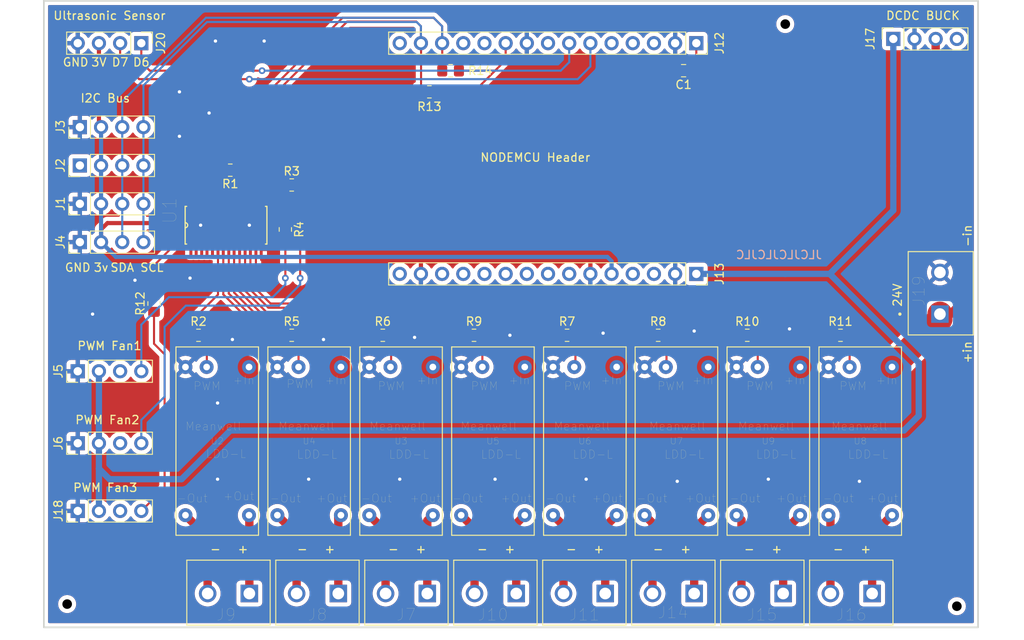
<source format=kicad_pcb>
(kicad_pcb (version 20201002) (generator pcbnew)
  (title_block (title "Aquariumcontroller") (date "2020-11-01") (rev "1") (company "Privat") (comment 1 "Made by Lukas Wingerberg"))
  (layers (0 "F.Cu" signal) (31 "B.Cu" signal) (34 "B.Paste" user) (35 "F.Paste" user) (36 "B.SilkS" user "B.Silkscreen") (37 "F.SilkS" user "F.Silkscreen") (38 "B.Mask" user) (39 "F.Mask" user) (44 "Edge.Cuts" user))
  (net 0 "")
  (net 1 "Net-(J9-Pad2)")
  (net 2 "GND")
  (net 3 "PWM1")
  (net 4 "Net-(J9-Pad1)")
  (net 5 "24V")
  (net 6 "D6")
  (net 7 "PWM2")
  (net 8 "D7")
  (net 9 "A0")
  (net 10 "PWM3")
  (net 11 "PWM4")
  (net 12 "Net-(J8-Pad2)")
  (net 13 "PWM5")
  (net 14 "Net-(J8-Pad1)")
  (net 15 "Net-(J7-Pad2)")
  (net 16 "PWM6")
  (net 17 "Net-(J7-Pad1)")
  (net 18 "PWM7")
  (net 19 "PWM8")
  (net 20 "Net-(J2-Pad1)")
  (net 21 "FANSPD0")
  (net 22 "PWM9")
  (net 23 "FANSPD1")
  (net 24 "Net-(R1-Pad2)")
  (net 25 "Net-(R2-Pad2)")
  (net 26 "Net-(J5-Pad4)")
  (net 27 "PWM10")
  (net 28 "FANSPD2")
  (net 29 "Net-(J6-Pad4)")
  (net 30 "Net-(J10-Pad1)")
  (net 31 "Net-(J10-Pad2)")
  (net 32 "Net-(J11-Pad1)")
  (net 33 "Net-(J11-Pad2)")
  (net 34 "Net-(J12-Pad15)")
  (net 35 "Net-(J12-Pad12)")
  (net 36 "Net-(R5-Pad2)")
  (net 37 "Net-(R6-Pad2)")
  (net 38 "Net-(R7-Pad2)")
  (net 39 "Net-(R8-Pad2)")
  (net 40 "Net-(R9-Pad2)")
  (net 41 "Net-(J12-Pad11)")
  (net 42 "Net-(J18-Pad4)")
  (net 43 "Net-(J12-Pad8)")
  (net 44 "SCL")
  (net 45 "SDA")
  (net 46 "Net-(J12-Pad5)")
  (net 47 "Net-(J12-Pad3)")
  (net 48 "Net-(J13-Pad13)")
  (net 49 "Net-(J13-Pad12)")
  (net 50 "Net-(J13-Pad11)")
  (net 51 "Net-(J17-Pad4)")
  (net 52 "PWM11")
  (net 53 "Net-(J13-Pad10)")
  (net 54 "Net-(J13-Pad9)")
  (net 55 "Net-(J13-Pad8)")
  (net 56 "Net-(J13-Pad7)")
  (net 57 "Net-(J13-Pad4)")
  (net 58 "Net-(J13-Pad3)")
  (net 59 "Net-(J14-Pad1)")
  (net 60 "Net-(J14-Pad2)")
  (net 61 "Net-(J15-Pad2)")
  (net 62 "Net-(J16-Pad1)")
  (net 63 "Net-(J16-Pad2)")
  (net 64 "Net-(R10-Pad2)")
  (net 65 "Net-(R11-Pad2)")
  (net 66 "Net-(J12-Pad4)")
  (net 67 "3V")
  (net 68 "Net-(U1-Pad1)")
  (net 69 "Net-(J15-Pad1)")
  (net 70 "12V")
  (net 71 "Net-(U1-Pad2)")
  (net 72 "Net-(U1-Pad3)")
  (net 73 "Net-(U1-Pad4)")
  (net 74 "Net-(U1-Pad5)")
  (net 75 "Net-(U1-Pad18)")
  (net 76 "Net-(U1-Pad19)")
  (net 77 "Net-(U1-Pad20)")
  (net 78 "Net-(U1-Pad21)")
  (net 79 "Net-(U1-Pad22)")
  (net 80 "Net-(U1-Pad24)")
  (module "Connector_PinHeader_2.54mm:PinHeader_1x04_P2.54mm_Vertical" (layer "F.Cu") (at 94.742 32.71 90)
    (fp_text reference "J2" (at 0 -2.33 90) (layer "F.SilkS"))
    (fp_text value "Conn_01x04_Female")
    (pad "1" thru_hole rect (at 0 0 90) (size 1.7 1.7) (drill 1) (layers *.Cu *.Mask) (net 20 "Net-(J2-Pad1)"))
    (pad "2" thru_hole oval (at 0 2.54 90) (size 1.7 1.7) (drill 1) (layers *.Cu *.Mask) (net 67 "3V"))
    (pad "3" thru_hole oval (at 0 5.08 90) (size 1.7 1.7) (drill 1) (layers *.Cu *.Mask) (net 45 "SDA"))
    (pad "4" thru_hole oval (at 0 7.62 90) (size 1.7 1.7) (drill 1) (layers *.Cu *.Mask) (net 44 "SCL"))
  )
  (module "Capacitor_SMD:C_0805_2012Metric_Pad1.18x1.45mm_HandSolder" (layer "F.Cu") (at 167.132 21.336 180)
    (fp_text reference "C1" (at 0 -1.68) (layer "F.SilkS"))
    (fp_text value "10uF")
    (pad "1" smd roundrect (at -1.0375 0 180) (size 1.175 1.45) (layers "F.Cu" "F.Paste" "F.Mask") (roundrect_rratio 0.2127659574468085) (net 67 "3V"))
    (pad "2" smd roundrect (at 1.0375 0 180) (size 1.175 1.45) (layers "F.Cu" "F.Paste" "F.Mask") (roundrect_rratio 0.2127659574468085) (net 2 "GND"))
  )
  (module "Resistor_SMD:R_0805_2012Metric_Pad1.20x1.40mm_HandSolder" (layer "F.Cu") (at 120.142 35.052)
    (fp_text reference "R3" (at 0 -1.65) (layer "F.SilkS"))
    (fp_text value "220")
    (pad "1" smd roundrect (at -1 0) (size 1.2 1.4) (layers "F.Cu" "F.Paste" "F.Mask") (roundrect_rratio 0.2083333333333333) (net 27 "PWM10"))
    (pad "2" smd roundrect (at 1 0) (size 1.2 1.4) (layers "F.Cu" "F.Paste" "F.Mask") (roundrect_rratio 0.2083333333333333) (net 29 "Net-(J6-Pad4)"))
  )
  (module "Library:LDD-L" (layer "F.Cu") (at 188.312 65.786)
    (fp_text reference "U8" (at 0 0) (layer "F.SilkS") (effects (font (size 0.787402 0.787402) (thickness 0.015))))
    (fp_text value "LDD-L" (at 0.953665 1.589435) (layer "F.SilkS") (effects (font (size 1.00122 1.00122) (thickness 0.015))))
    (fp_text user "Meanwell" (at -0.098 -1.778) (layer "F.SilkS") (effects (font (size 1.00137 1.00137) (thickness 0.015))))
    (fp_text user "PWM" (at -0.86 -6.604) (layer "F.SilkS") (effects (font (size 1.000795 1.000795) (thickness 0.015))))
    (fp_text user "+Out" (at 2.696 6.858) (layer "F.SilkS") (effects (font (size 1.001315 1.001315) (thickness 0.015))))
    (fp_text user "+In" (at 3.17614 -7.30513) (layer "F.SilkS") (effects (font (size 1.000362 1.000362) (thickness 0.015))))
    (fp_text user "-Out" (at -2.638 6.858) (layer "F.SilkS") (effects (font (size 1.000614 1.000614) (thickness 0.015))))
    (pad "+VIN" thru_hole circle (at 3.81 -8.89) (size 1.6764 1.6764) (drill 0.8) (layers *.Cu *.Mask) (net 5 "24V"))
    (pad "+VOUT" thru_hole circle (at 3.81 8.89) (size 1.6764 1.6764) (drill 0.8) (layers *.Cu *.Mask) (net 62 "Net-(J16-Pad1)"))
    (pad "PWM" thru_hole circle (at -1.27 -8.89) (size 1.6764 1.6764) (drill 0.8) (layers *.Cu *.Mask) (net 65 "Net-(R11-Pad2)"))
    (pad "VIN" thru_hole circle (at -3.81 -8.89) (size 1.6764 1.6764) (drill 0.8) (layers *.Cu *.Mask) (net 2 "GND"))
    (pad "VOUT" thru_hole circle (at -3.81 8.89) (size 1.6764 1.6764) (drill 0.8) (layers *.Cu *.Mask) (net 63 "Net-(J16-Pad2)"))
  )
  (module "Resistor_SMD:R_0805_2012Metric_Pad1.20x1.40mm_HandSolder" (layer "F.Cu") (at 185.944 53.086)
    (fp_text reference "R11" (at 0 -1.65) (layer "F.SilkS"))
    (fp_text value "220")
    (pad "1" smd roundrect (at -1 0) (size 1.2 1.4) (layers "F.Cu" "F.Paste" "F.Mask") (roundrect_rratio 0.208) (net 19 "PWM8"))
    (pad "2" smd roundrect (at 1 0) (size 1.2 1.4) (layers "F.Cu" "F.Paste" "F.Mask") (roundrect_rratio 0.2083333333333333) (net 65 "Net-(R11-Pad2)"))
  )
  (module "Library:LDD-L" (layer "F.Cu") (at 155.292 65.786)
    (fp_text reference "U6" (at 0 0) (layer "F.SilkS") (effects (font (size 0.787402 0.787402) (thickness 0.015))))
    (fp_text value "LDD-L" (at 0.953665 1.589435) (layer "F.SilkS") (effects (font (size 1.00122 1.00122) (thickness 0.015))))
    (fp_text user "+Out" (at 2.696 6.858) (layer "F.SilkS") (effects (font (size 1.001315 1.001315) (thickness 0.015))))
    (fp_text user "+In" (at 3.17614 -7.30513) (layer "F.SilkS") (effects (font (size 1.000362 1.000362) (thickness 0.015))))
    (fp_text user "Meanwell" (at -0.352 -1.778) (layer "F.SilkS") (effects (font (size 1.00137 1.00137) (thickness 0.015))))
    (fp_text user "-Out" (at -2.892 6.858) (layer "F.SilkS") (effects (font (size 1.000614 1.000614) (thickness 0.015))))
    (fp_text user "PWM" (at -0.86 -6.604) (layer "F.SilkS") (effects (font (size 1.000795 1.000795) (thickness 0.015))))
    (pad "+VIN" thru_hole circle (at 3.81 -8.89) (size 1.6764 1.6764) (drill 0.8) (layers *.Cu *.Mask) (net 5 "24V"))
    (pad "+VOUT" thru_hole circle (at 3.81 8.89) (size 1.6764 1.6764) (drill 0.8) (layers *.Cu *.Mask) (net 32 "Net-(J11-Pad1)"))
    (pad "PWM" thru_hole circle (at -1.27 -8.89) (size 1.6764 1.6764) (drill 0.8) (layers *.Cu *.Mask) (net 38 "Net-(R7-Pad2)"))
    (pad "VIN" thru_hole circle (at -3.81 -8.89) (size 1.6764 1.6764) (drill 0.8) (layers *.Cu *.Mask) (net 2 "GND"))
    (pad "VOUT" thru_hole circle (at -3.81 8.89) (size 1.6764 1.6764) (drill 0.8) (layers *.Cu *.Mask) (net 33 "Net-(J11-Pad2)"))
  )
  (module "Connector_PinHeader_2.54mm:PinHeader_1x04_P2.54mm_Vertical" (layer "F.Cu") (at 94.742 28.11 90)
    (fp_text reference "J3" (at 0 -2.33 90) (layer "F.SilkS"))
    (fp_text value "Conn_01x04_Female")
    (pad "1" thru_hole rect (at 0 0 90) (size 1.7 1.7) (drill 1) (layers *.Cu *.Mask) (net 2 "GND"))
    (pad "2" thru_hole oval (at 0 2.54 90) (size 1.7 1.7) (drill 1) (layers *.Cu *.Mask) (net 67 "3V"))
    (pad "3" thru_hole oval (at 0 5.08 90) (size 1.7 1.7) (drill 1) (layers *.Cu *.Mask) (net 45 "SDA"))
    (pad "4" thru_hole oval (at 0 7.62 90) (size 1.7 1.7) (drill 1) (layers *.Cu *.Mask) (net 44 "SCL"))
  )
  (module "Connector_PinHeader_2.54mm:PinHeader_1x04_P2.54mm_Vertical" (layer "F.Cu") (at 94.488 66.04 90)
    (fp_text reference "J6" (at 0 -2.33 90) (layer "F.SilkS"))
    (fp_text value "PWM Fan2" (at 2.794 3.556) (layer "F.SilkS"))
    (pad "1" thru_hole rect (at 0 0 90) (size 1.7 1.7) (drill 1) (layers *.Cu *.Mask) (net 2 "GND"))
    (pad "2" thru_hole oval (at 0 2.54 90) (size 1.7 1.7) (drill 1) (layers *.Cu *.Mask) (net 70 "12V"))
    (pad "3" thru_hole oval (at 0 5.08 90) (size 1.7 1.7) (drill 1) (layers *.Cu *.Mask) (net 28 "FANSPD2"))
    (pad "4" thru_hole oval (at 0 7.62 90) (size 1.7 1.7) (drill 1) (layers *.Cu *.Mask) (net 29 "Net-(J6-Pad4)"))
  )
  (module "Resistor_SMD:R_0805_2012Metric_Pad1.20x1.40mm_HandSolder" (layer "F.Cu") (at 174.768 53.086)
    (fp_text reference "R10" (at 0 -1.65) (layer "F.SilkS"))
    (fp_text value "220")
    (pad "1" smd roundrect (at -1 0) (size 1.2 1.4) (layers "F.Cu" "F.Paste" "F.Mask") (roundrect_rratio 0.208) (net 18 "PWM7"))
    (pad "2" smd roundrect (at 1 0) (size 1.2 1.4) (layers "F.Cu" "F.Paste" "F.Mask") (roundrect_rratio 0.2083333333333333) (net 64 "Net-(R10-Pad2)"))
  )
  (module "Resistor_SMD:R_0805_2012Metric_Pad1.20x1.40mm_HandSolder" (layer "F.Cu") (at 139.192 21.336 180)
    (fp_text reference "R14" (at -3.556 0) (layer "F.SilkS"))
    (fp_text value "10k")
    (pad "1" smd roundrect (at -1 0 180) (size 1.2 1.4) (layers "F.Cu" "F.Paste" "F.Mask") (roundrect_rratio 0.2083333333333333) (net 67 "3V"))
    (pad "2" smd roundrect (at 1 0 180) (size 1.2 1.4) (layers "F.Cu" "F.Paste" "F.Mask") (roundrect_rratio 0.2083333333333333) (net 45 "SDA"))
  )
  (module "Connector_PinSocket_2.54mm:PinSocket_1x04_P2.54mm_Vertical" (layer "F.Cu") (at 192.278 17.526 90)
    (fp_text reference "J17" (at 0 -2.77 90) (layer "F.SilkS"))
    (fp_text value "DCDC BUCK" (at 2.794 3.556) (layer "F.SilkS"))
    (pad "1" thru_hole rect (at 0 0 90) (size 1.7 1.7) (drill 1) (layers *.Cu *.Mask) (net 70 "12V"))
    (pad "2" thru_hole oval (at 0 2.54 90) (size 1.7 1.7) (drill 1) (layers *.Cu *.Mask) (net 2 "GND"))
    (pad "3" thru_hole oval (at 0 5.08 90) (size 1.7 1.7) (drill 1) (layers *.Cu *.Mask) (net 5 "24V"))
    (pad "4" thru_hole oval (at 0 7.62 90) (size 1.7 1.7) (drill 1) (layers *.Cu *.Mask) (net 51 "Net-(J17-Pad4)"))
  )
  (module "Library:CUI_TB003-500-P02BE" (layer "F.Cu") (at 168.402 84.074 180)
    (fp_text reference "J14" (at 2.54 -2.286) (layer "F.SilkS") (effects (font (size 1.4 1.4) (thickness 0.015))))
    (fp_text value "Conn_01x02")
    (pad "1" thru_hole rect (at 0 0 180) (size 2.1 2.1) (drill 1.4) (layers *.Cu *.Mask) (net 59 "Net-(J14-Pad1)"))
    (pad "2" thru_hole circle (at 5 0 180) (size 2.1 2.1) (drill 1.4) (layers *.Cu *.Mask) (net 60 "Net-(J14-Pad2)"))
  )
  (module "MountingHole:MountingHole_2.1mm" (layer "F.Cu") (at 93.218 85.344)
    (fp_text reference "REF**" hide)
    (fp_text value "MountingHole_2.1mm")
    (pad "" np_thru_hole circle (at 0 0) (size 1.3 1.3) (drill 1.152) (layers *.Mask))
  )
  (module "Library:LDD-L" (layer "F.Cu") (at 166.272 65.786)
    (fp_text reference "U7" (at 0 0) (layer "F.SilkS") (effects (font (size 0.787402 0.787402) (thickness 0.015))))
    (fp_text value "LDD-L" (at 0.953665 1.589435) (layer "F.SilkS") (effects (font (size 1.00122 1.00122) (thickness 0.015))))
    (fp_text user "+In" (at 3.17614 -7.30513) (layer "F.SilkS") (effects (font (size 1.000362 1.000362) (thickness 0.015))))
    (fp_text user "PWM" (at -0.664 -6.604) (layer "F.SilkS") (effects (font (size 1.000795 1.000795) (thickness 0.015))))
    (fp_text user "-Out" (at -2.95 6.858) (layer "F.SilkS") (effects (font (size 1.000614 1.000614) (thickness 0.015))))
    (fp_text user "Meanwell" (at 0.098 -1.778) (layer "F.SilkS") (effects (font (size 1.00137 1.00137) (thickness 0.015))))
    (fp_text user "+Out" (at 2.892 6.858) (layer "F.SilkS") (effects (font (size 1.001315 1.001315) (thickness 0.015))))
    (pad "+VIN" thru_hole circle (at 3.81 -8.89) (size 1.6764 1.6764) (drill 0.8) (layers *.Cu *.Mask) (net 5 "24V"))
    (pad "+VOUT" thru_hole circle (at 3.81 8.89) (size 1.6764 1.6764) (drill 0.8) (layers *.Cu *.Mask) (net 59 "Net-(J14-Pad1)"))
    (pad "PWM" thru_hole circle (at -1.27 -8.89) (size 1.6764 1.6764) (drill 0.8) (layers *.Cu *.Mask) (net 39 "Net-(R8-Pad2)"))
    (pad "VIN" thru_hole circle (at -3.81 -8.89) (size 1.6764 1.6764) (drill 0.8) (layers *.Cu *.Mask) (net 2 "GND"))
    (pad "VOUT" thru_hole circle (at -3.81 8.89) (size 1.6764 1.6764) (drill 0.8) (layers *.Cu *.Mask) (net 60 "Net-(J14-Pad2)"))
  )
  (module "MountingHole:MountingHole_2.1mm" (layer "F.Cu") (at 199.898 85.598)
    (fp_text reference "REF**" hide)
    (fp_text value "MountingHole_2.1mm")
    (pad "" np_thru_hole circle (at 0 0) (size 1.3 1.3) (drill 1.152) (layers *.Mask))
  )
  (module "Connector_PinHeader_2.54mm:PinHeader_1x04_P2.54mm_Vertical" (layer "F.Cu") (at 94.488 57.404 90)
    (fp_text reference "J5" (at 0 -2.33 90) (layer "F.SilkS"))
    (fp_text value "PWM Fan1" (at 3.048 3.81) (layer "F.SilkS"))
    (pad "1" thru_hole rect (at 0 0 90) (size 1.7 1.7) (drill 1) (layers *.Cu *.Mask) (net 2 "GND"))
    (pad "2" thru_hole oval (at 0 2.54 90) (size 1.7 1.7) (drill 1) (layers *.Cu *.Mask) (net 70 "12V"))
    (pad "3" thru_hole oval (at 0 5.08 90) (size 1.7 1.7) (drill 1) (layers *.Cu *.Mask) (net 23 "FANSPD1"))
    (pad "4" thru_hole oval (at 0 7.62 90) (size 1.7 1.7) (drill 1) (layers *.Cu *.Mask) (net 26 "Net-(J5-Pad4)"))
  )
  (module "Resistor_SMD:R_0805_2012Metric_Pad1.20x1.40mm_HandSolder" (layer "F.Cu") (at 153.162 53.086)
    (fp_text reference "R7" (at 0 -1.65) (layer "F.SilkS"))
    (fp_text value "220")
    (pad "1" smd roundrect (at -1 0) (size 1.2 1.4) (layers "F.Cu" "F.Paste" "F.Mask") (roundrect_rratio 0.208) (net 13 "PWM5"))
    (pad "2" smd roundrect (at 1 0) (size 1.2 1.4) (layers "F.Cu" "F.Paste" "F.Mask") (roundrect_rratio 0.2083333333333333) (net 38 "Net-(R7-Pad2)"))
  )
  (module "Library:CUI_TB003-500-P02BE" (layer "F.Cu") (at 136.398 84.074 180)
    (fp_text reference "J7" (at 2.54 -2.54) (layer "F.SilkS") (effects (font (size 1.4 1.4) (thickness 0.015))))
    (fp_text value "Conn_01x02")
    (pad "1" thru_hole rect (at 0 0 180) (size 2.1 2.1) (drill 1.4) (layers *.Cu *.Mask) (net 17 "Net-(J7-Pad1)"))
    (pad "2" thru_hole circle (at 5 0 180) (size 2.1 2.1) (drill 1.4) (layers *.Cu *.Mask) (net 15 "Net-(J7-Pad2)"))
  )
  (module "Library:CUI_TB003-500-P02BE" (layer "F.Cu") (at 157.734 84.074 180)
    (fp_text reference "J11" (at 2.5 -2.54) (layer "F.SilkS") (effects (font (size 1.4 1.4) (thickness 0.015))))
    (fp_text value "Conn_01x02")
    (pad "1" thru_hole rect (at 0 0 180) (size 2.1 2.1) (drill 1.4) (layers *.Cu *.Mask) (net 32 "Net-(J11-Pad1)"))
    (pad "2" thru_hole circle (at 5 0 180) (size 2.1 2.1) (drill 1.4) (layers *.Cu *.Mask) (net 33 "Net-(J11-Pad2)"))
  )
  (module "Library:CUI_TB003-500-P02BE" (layer "F.Cu") (at 189.738 84.074 180)
    (fp_text reference "J16" (at 2.5 -2.54) (layer "F.SilkS") (effects (font (size 1.4 1.4) (thickness 0.015))))
    (fp_text value "Conn_01x02")
    (pad "1" thru_hole rect (at 0 0 180) (size 2.1 2.1) (drill 1.4) (layers *.Cu *.Mask) (net 62 "Net-(J16-Pad1)"))
    (pad "2" thru_hole circle (at 5 0 180) (size 2.1 2.1) (drill 1.4) (layers *.Cu *.Mask) (net 63 "Net-(J16-Pad2)"))
  )
  (module "Connector_PinSocket_2.54mm:PinSocket_1x15_P2.54mm_Vertical" (layer "F.Cu") (at 168.656 45.72 -90)
    (fp_text reference "J13" (at 0 -2.77 90) (layer "F.SilkS"))
    (fp_text value "Conn_01x15_Female")
    (pad "1" thru_hole rect (at 0 0 270) (size 1.7 1.7) (drill 1) (layers *.Cu *.Mask) (net 70 "12V"))
    (pad "2" thru_hole oval (at 0 2.54 270) (size 1.7 1.7) (drill 1) (layers *.Cu *.Mask) (net 2 "GND"))
    (pad "3" thru_hole oval (at 0 5.08 270) (size 1.7 1.7) (drill 1) (layers *.Cu *.Mask) (net 58 "Net-(J13-Pad3)"))
    (pad "4" thru_hole oval (at 0 7.62 270) (size 1.7 1.7) (drill 1) (layers *.Cu *.Mask) (net 57 "Net-(J13-Pad4)"))
    (pad "5" thru_hole oval (at 0 10.16 270) (size 1.7 1.7) (drill 1) (layers *.Cu *.Mask) (net 67 "3V"))
    (pad "6" thru_hole oval (at 0 12.7 270) (size 1.7 1.7) (drill 1) (layers *.Cu *.Mask) (net 2 "GND"))
    (pad "7" thru_hole oval (at 0 15.24 270) (size 1.7 1.7) (drill 1) (layers *.Cu *.Mask) (net 56 "Net-(J13-Pad7)"))
    (pad "8" thru_hole oval (at 0 17.78 270) (size 1.7 1.7) (drill 1) (layers *.Cu *.Mask) (net 55 "Net-(J13-Pad8)"))
    (pad "9" thru_hole oval (at 0 20.32 270) (size 1.7 1.7) (drill 1) (layers *.Cu *.Mask) (net 54 "Net-(J13-Pad9)"))
    (pad "10" thru_hole oval (at 0 22.86 270) (size 1.7 1.7) (drill 1) (layers *.Cu *.Mask) (net 53 "Net-(J13-Pad10)"))
    (pad "11" thru_hole oval (at 0 25.4 270) (size 1.7 1.7) (drill 1) (layers *.Cu *.Mask) (net 50 "Net-(J13-Pad11)"))
    (pad "12" thru_hole oval (at 0 27.94 270) (size 1.7 1.7) (drill 1) (layers *.Cu *.Mask) (net 49 "Net-(J13-Pad12)"))
    (pad "13" thru_hole oval (at 0 30.48 270) (size 1.7 1.7) (drill 1) (layers *.Cu *.Mask) (net 48 "Net-(J13-Pad13)"))
    (pad "14" thru_hole oval (at 0 33.02 270) (size 1.7 1.7) (drill 1) (layers *.Cu *.Mask) (net 2 "GND"))
    (pad "15" thru_hole oval (at 0 35.56 270) (size 1.7 1.7) (drill 1) (layers *.Cu *.Mask) (net 9 "A0"))
  )
  (module "Library:CUI_TB003-500-P02BE" (layer "F.Cu") (at 147.066 84.074 180)
    (fp_text reference "J10" (at 2.794 -2.54) (layer "F.SilkS") (effects (font (size 1.4 1.4) (thickness 0.015))))
    (fp_text value "Conn_01x02")
    (pad "1" thru_hole rect (at 0 0 180) (size 2.1 2.1) (drill 1.4) (layers *.Cu *.Mask) (net 30 "Net-(J10-Pad1)"))
    (pad "2" thru_hole circle (at 5 0 180) (size 2.1 2.1) (drill 1.4) (layers *.Cu *.Mask) (net 31 "Net-(J10-Pad2)"))
  )
  (module "Resistor_SMD:R_0805_2012Metric_Pad1.20x1.40mm_HandSolder" (layer "F.Cu") (at 136.652 23.876 180)
    (fp_text reference "R13" (at 0 -1.778) (layer "F.SilkS"))
    (fp_text value "10k")
    (pad "1" smd roundrect (at -1 0 180) (size 1.2 1.4) (layers "F.Cu" "F.Paste" "F.Mask") (roundrect_rratio 0.2083333333333333) (net 67 "3V"))
    (pad "2" smd roundrect (at 1 0 180) (size 1.2 1.4) (layers "F.Cu" "F.Paste" "F.Mask") (roundrect_rratio 0.2083333333333333) (net 44 "SCL"))
  )
  (module "Resistor_SMD:R_0805_2012Metric_Pad1.20x1.40mm_HandSolder" (layer "F.Cu") (at 131.064 53.086)
    (fp_text reference "R6" (at 0 -1.65) (layer "F.SilkS"))
    (fp_text value "220")
    (pad "1" smd roundrect (at -1 0) (size 1.2 1.4) (layers "F.Cu" "F.Paste" "F.Mask") (roundrect_rratio 0.208) (net 10 "PWM3"))
    (pad "2" smd roundrect (at 1 0) (size 1.2 1.4) (layers "F.Cu" "F.Paste" "F.Mask") (roundrect_rratio 0.2083333333333333) (net 37 "Net-(R6-Pad2)"))
  )
  (module "Library:LDD-L" (layer "F.Cu") (at 122.232 65.786)
    (fp_text reference "U4" (at 0 0) (layer "F.SilkS") (effects (font (size 0.787402 0.787402) (thickness 0.015))))
    (fp_text value "LDD-L" (at 0.953665 1.589435) (layer "F.SilkS") (effects (font (size 1.00122 1.00122) (thickness 0.015))))
    (fp_text user "+Out" (at 2.736 6.858) (layer "F.SilkS") (effects (font (size 1.001315 1.001315) (thickness 0.015))))
    (fp_text user "PWM" (at -1.074 -6.858) (layer "F.SilkS") (effects (font (size 1.000795 1.000795) (thickness 0.015))))
    (fp_text user "+In" (at 3.17614 -7.30513) (layer "F.SilkS") (effects (font (size 1.000362 1.000362) (thickness 0.015))))
    (fp_text user "-Out" (at -2.852 6.858) (layer "F.SilkS") (effects (font (size 1.000614 1.000614) (thickness 0.015))))
    (fp_text user "Meanwell" (at -0.312 -1.778) (layer "F.SilkS") (effects (font (size 1.00137 1.00137) (thickness 0.015))))
    (pad "+VIN" thru_hole circle (at 3.81 -8.89) (size 1.6764 1.6764) (drill 0.8) (layers *.Cu *.Mask) (net 5 "24V"))
    (pad "+VOUT" thru_hole circle (at 3.81 8.89) (size 1.6764 1.6764) (drill 0.8) (layers *.Cu *.Mask) (net 14 "Net-(J8-Pad1)"))
    (pad "PWM" thru_hole circle (at -1.27 -8.89) (size 1.6764 1.6764) (drill 0.8) (layers *.Cu *.Mask) (net 36 "Net-(R5-Pad2)"))
    (pad "VIN" thru_hole circle (at -3.81 -8.89) (size 1.6764 1.6764) (drill 0.8) (layers *.Cu *.Mask) (net 2 "GND"))
    (pad "VOUT" thru_hole circle (at -3.81 8.89) (size 1.6764 1.6764) (drill 0.8) (layers *.Cu *.Mask) (net 12 "Net-(J8-Pad2)"))
  )
  (module "Resistor_SMD:R_0805_2012Metric_Pad1.20x1.40mm_HandSolder" (layer "F.Cu") (at 119.38 40.386 -90)
    (fp_text reference "R4" (at 0 -1.65 90) (layer "F.SilkS"))
    (fp_text value "220")
    (pad "1" smd roundrect (at -1 0 270) (size 1.2 1.4) (layers "F.Cu" "F.Paste" "F.Mask") (roundrect_rratio 0.2083333333333333) (net 22 "PWM9"))
    (pad "2" smd roundrect (at 1 0 270) (size 1.2 1.4) (layers "F.Cu" "F.Paste" "F.Mask") (roundrect_rratio 0.2083333333333333) (net 26 "Net-(J5-Pad4)"))
  )
  (module "Library:LDD-L" (layer "F.Cu") (at 111.212 65.786)
    (fp_text reference "U2" (at 0 0) (layer "F.SilkS") (effects (font (size 0.787402 0.787402) (thickness 0.015))))
    (fp_text value "LDD-L" (at 1.056 1.524) (layer "F.SilkS") (effects (font (size 1.00122 1.00122) (thickness 0.015))))
    (fp_text user "+Out" (at 2.58 6.604) (layer "F.SilkS") (effects (font (size 1.001315 1.001315) (thickness 0.015))))
    (fp_text user "PWM" (at -1.23 -6.604) (layer "F.SilkS") (effects (font (size 1.000795 1.000795) (thickness 0.015))))
    (fp_text user "-Out" (at -3.008 6.858) (layer "F.SilkS") (effects (font (size 1.000614 1.000614) (thickness 0.015))))
    (fp_text user "Meanwell" (at -0.468 -1.778) (layer "F.SilkS") (effects (font (size 1.00137 1.00137) (thickness 0.015))))
    (fp_text user "+In" (at 3.17614 -7.30513) (layer "F.SilkS") (effects (font (size 1.000362 1.000362) (thickness 0.015))))
    (pad "+VIN" thru_hole circle (at 3.81 -8.89) (size 1.6764 1.6764) (drill 0.8) (layers *.Cu *.Mask) (net 5 "24V"))
    (pad "+VOUT" thru_hole circle (at 3.81 8.89) (size 1.6764 1.6764) (drill 0.8) (layers *.Cu *.Mask) (net 4 "Net-(J9-Pad1)"))
    (pad "PWM" thru_hole circle (at -1.27 -8.89) (size 1.6764 1.6764) (drill 0.8) (layers *.Cu *.Mask) (net 25 "Net-(R2-Pad2)"))
    (pad "VIN" thru_hole circle (at -3.81 -8.89) (size 1.6764 1.6764) (drill 0.8) (layers *.Cu *.Mask) (net 2 "GND"))
    (pad "VOUT" thru_hole circle (at -3.81 8.89) (size 1.6764 1.6764) (drill 0.8) (layers *.Cu *.Mask) (net 1 "Net-(J9-Pad2)"))
  )
  (module "Library:CUI_TB003-500-P02BE" (layer "F.Cu") (at 179.07 84.074 180)
    (fp_text reference "J15" (at 2.54 -2.54) (layer "F.SilkS") (effects (font (size 1.4 1.4) (thickness 0.015))))
    (fp_text value "Conn_01x02")
    (pad "1" thru_hole rect (at 0 0 180) (size 2.1 2.1) (drill 1.4) (layers *.Cu *.Mask) (net 69 "Net-(J15-Pad1)"))
    (pad "2" thru_hole circle (at 5 0 180) (size 2.1 2.1) (drill 1.4) (layers *.Cu *.Mask) (net 61 "Net-(J15-Pad2)"))
  )
  (module "Resistor_SMD:R_0805_2012Metric_Pad1.20x1.40mm_HandSolder" (layer "F.Cu") (at 120.142 53.086)
    (fp_text reference "R5" (at 0 -1.65) (layer "F.SilkS"))
    (fp_text value "220")
    (pad "1" smd roundrect (at -1 0) (size 1.2 1.4) (layers "F.Cu" "F.Paste" "F.Mask") (roundrect_rratio 0.208) (net 7 "PWM2"))
    (pad "2" smd roundrect (at 1 0) (size 1.2 1.4) (layers "F.Cu" "F.Paste" "F.Mask") (roundrect_rratio 0.2083333333333333) (net 36 "Net-(R5-Pad2)"))
  )
  (module "MountingHole:MountingHole_2.1mm" (layer "F.Cu") (at 179.324 15.748)
    (fp_text reference "REF**" hide)
    (fp_text value "MountingHole_2.1mm")
    (pad "" np_thru_hole circle (at 0 0) (size 1.3 1.3) (drill 1.152) (layers *.Mask))
  )
  (module "Library:LDD-L" (layer "F.Cu") (at 133.252 65.786)
    (fp_text reference "U3" (at 0 0) (layer "F.SilkS") (effects (font (size 0.787402 0.787402) (thickness 0.015))))
    (fp_text value "LDD-L" (at 0.953665 1.589435) (layer "F.SilkS") (effects (font (size 1.00122 1.00122) (thickness 0.015))))
    (fp_text user "PWM" (at -1.172 -6.604) (layer "F.SilkS") (effects (font (size 1.000795 1.000795) (thickness 0.015))))
    (fp_text user "+Out" (at 2.892 6.858) (layer "F.SilkS") (effects (font (size 1.001315 1.001315) (thickness 0.015))))
    (fp_text user "Meanwell" (at -0.41 -1.778) (layer "F.SilkS") (effects (font (size 1.00137 1.00137) (thickness 0.015))))
    (fp_text user "+In" (at 3.17614 -7.30513) (layer "F.SilkS") (effects (font (size 1.000362 1.000362) (thickness 0.015))))
    (fp_text user "-Out" (at -2.95 6.858) (layer "F.SilkS") (effects (font (size 1.000614 1.000614) (thickness 0.015))))
    (pad "+VIN" thru_hole circle (at 3.81 -8.89) (size 1.6764 1.6764) (drill 0.8) (layers *.Cu *.Mask) (net 5 "24V"))
    (pad "+VOUT" thru_hole circle (at 3.81 8.89) (size 1.6764 1.6764) (drill 0.8) (layers *.Cu *.Mask) (net 17 "Net-(J7-Pad1)"))
    (pad "PWM" thru_hole circle (at -1.27 -8.89) (size 1.6764 1.6764) (drill 0.8) (layers *.Cu *.Mask) (net 37 "Net-(R6-Pad2)"))
    (pad "VIN" thru_hole circle (at -3.81 -8.89) (size 1.6764 1.6764) (drill 0.8) (layers *.Cu *.Mask) (net 2 "GND"))
    (pad "VOUT" thru_hole circle (at -3.81 8.89) (size 1.6764 1.6764) (drill 0.8) (layers *.Cu *.Mask) (net 15 "Net-(J7-Pad2)"))
  )
  (module "Library:CUI_TB003-500-P02BE" (layer "F.Cu") (at 197.866 50.546 90)
    (fp_text reference "J19" (at 2.794 -2.54 90) (layer "F.SilkS") (effects (font (size 1.4 1.4) (thickness 0.015))))
    (fp_text value "Conn_01x02")
    (pad "1" thru_hole rect (at 0 0 90) (size 2.1 2.1) (drill 1.4) (layers *.Cu *.Mask) (net 5 "24V"))
    (pad "2" thru_hole circle (at 5 0 90) (size 2.1 2.1) (drill 1.4) (layers *.Cu *.Mask) (net 2 "GND"))
  )
  (module "Library:CUI_TB003-500-P02BE" (layer "F.Cu") (at 115.062 84.074 180)
    (fp_text reference "J9" (at 2.794 -2.54) (layer "F.SilkS") (effects (font (size 1.4 1.4) (thickness 0.015))))
    (fp_text value "Conn_01x02")
    (pad "1" thru_hole rect (at 0 0 180) (size 2.1 2.1) (drill 1.4) (layers *.Cu *.Mask) (net 4 "Net-(J9-Pad1)"))
    (pad "2" thru_hole circle (at 5 0 180) (size 2.1 2.1) (drill 1.4) (layers *.Cu *.Mask) (net 1 "Net-(J9-Pad2)"))
  )
  (module "Library:CUI_TB003-500-P02BE" (layer "F.Cu") (at 125.73 84.074 180)
    (fp_text reference "J8" (at 2.5 -2.54) (layer "F.SilkS") (effects (font (size 1.4 1.4) (thickness 0.015))))
    (fp_text value "Conn_01x02")
    (pad "1" thru_hole rect (at 0 0 180) (size 2.1 2.1) (drill 1.4) (layers *.Cu *.Mask) (net 14 "Net-(J8-Pad1)"))
    (pad "2" thru_hole circle (at 5 0 180) (size 2.1 2.1) (drill 1.4) (layers *.Cu *.Mask) (net 12 "Net-(J8-Pad2)"))
  )
  (module "Connector_PinHeader_2.54mm:PinHeader_1x04_P2.54mm_Vertical" (layer "F.Cu") (at 94.742 41.91 90)
    (fp_text reference "J4" (at 0 -2.33 90) (layer "F.SilkS"))
    (fp_text value "Conn_01x04_Female")
    (pad "1" thru_hole rect (at 0 0 90) (size 1.7 1.7) (drill 1) (layers *.Cu *.Mask) (net 2 "GND"))
    (pad "2" thru_hole oval (at 0 2.54 90) (size 1.7 1.7) (drill 1) (layers *.Cu *.Mask) (net 67 "3V"))
    (pad "3" thru_hole oval (at 0 5.08 90) (size 1.7 1.7) (drill 1) (layers *.Cu *.Mask) (net 45 "SDA"))
    (pad "4" thru_hole oval (at 0 7.62 90) (size 1.7 1.7) (drill 1) (layers *.Cu *.Mask) (net 44 "SCL"))
  )
  (module "Library:LDD-L" (layer "F.Cu") (at 177.292 65.786)
    (fp_text reference "U9" (at 0 0) (layer "F.SilkS") (effects (font (size 0.787402 0.787402) (thickness 0.015))))
    (fp_text value "LDD-L" (at 0.953665 1.589435) (layer "F.SilkS") (effects (font (size 1.00122 1.00122) (thickness 0.015))))
    (fp_text user "+In" (at 3.17614 -7.30513) (layer "F.SilkS") (effects (font (size 1.000362 1.000362) (thickness 0.015))))
    (fp_text user "-Out" (at -2.794 6.858) (layer "F.SilkS") (effects (font (size 1.000614 1.000614) (thickness 0.015))))
    (fp_text user "PWM" (at -1.016 -6.604) (layer "F.SilkS") (effects (font (size 1.000795 1.000795) (thickness 0.015))))
    (fp_text user "Meanwell" (at -0.254 -1.778) (layer "F.SilkS") (effects (font (size 1.00137 1.00137) (thickness 0.015))))
    (fp_text user "+Out" (at 2.794 6.858) (layer "F.SilkS") (effects (font (size 1.001315 1.001315) (thickness 0.015))))
    (pad "+VIN" thru_hole circle (at 3.81 -8.89) (size 1.6764 1.6764) (drill 0.8) (layers *.Cu *.Mask) (net 5 "24V"))
    (pad "+VOUT" thru_hole circle (at 3.81 8.89) (size 1.6764 1.6764) (drill 0.8) (layers *.Cu *.Mask) (net 69 "Net-(J15-Pad1)"))
    (pad "PWM" thru_hole circle (at -1.27 -8.89) (size 1.6764 1.6764) (drill 0.8) (layers *.Cu *.Mask) (net 64 "Net-(R10-Pad2)"))
    (pad "VIN" thru_hole circle (at -3.81 -8.89) (size 1.6764 1.6764) (drill 0.8) (layers *.Cu *.Mask) (net 2 "GND"))
    (pad "VOUT" thru_hole circle (at -3.81 8.89) (size 1.6764 1.6764) (drill 0.8) (layers *.Cu *.Mask) (net 61 "Net-(J15-Pad2)"))
  )
  (module "Resistor_SMD:R_0805_2012Metric_Pad1.20x1.40mm_HandSolder" (layer "F.Cu") (at 112.776 33.274 180)
    (fp_text reference "R1" (at 0 -1.65) (layer "F.SilkS"))
    (fp_text value "10k")
    (pad "1" smd roundrect (at -1 0 180) (size 1.2 1.4) (layers "F.Cu" "F.Paste" "F.Mask") (roundrect_rratio 0.2083333333333333) (net 2 "GND"))
    (pad "2" smd roundrect (at 1 0 180) (size 1.2 1.4) (layers "F.Cu" "F.Paste" "F.Mask") (roundrect_rratio 0.2083333333333333) (net 24 "Net-(R1-Pad2)"))
  )
  (module "Connector_PinHeader_2.54mm:PinHeader_1x04_P2.54mm_Vertical" (layer "F.Cu") (at 94.742 37.31 90)
    (fp_text reference "J1" (at 0 -2.33 90) (layer "F.SilkS"))
    (fp_text value "Conn_01x04_Female")
    (pad "1" thru_hole rect (at 0 0 90) (size 1.7 1.7) (drill 1) (layers *.Cu *.Mask) (net 2 "GND"))
    (pad "2" thru_hole oval (at 0 2.54 90) (size 1.7 1.7) (drill 1) (layers *.Cu *.Mask) (net 67 "3V"))
    (pad "3" thru_hole oval (at 0 5.08 90) (size 1.7 1.7) (drill 1) (layers *.Cu *.Mask) (net 45 "SDA"))
    (pad "4" thru_hole oval (at 0 7.62 90) (size 1.7 1.7) (drill 1) (layers *.Cu *.Mask) (net 44 "SCL"))
  )
  (module "Resistor_SMD:R_0805_2012Metric_Pad1.20x1.40mm_HandSolder" (layer "F.Cu") (at 108.966 53.086)
    (fp_text reference "R2" (at 0 -1.65) (layer "F.SilkS"))
    (fp_text value "220")
    (pad "1" smd roundrect (at -1 0) (size 1.2 1.4) (layers "F.Cu" "F.Paste" "F.Mask") (roundrect_rratio 0.208) (net 3 "PWM1"))
    (pad "2" smd roundrect (at 1 0) (size 1.2 1.4) (layers "F.Cu" "F.Paste" "F.Mask") (roundrect_rratio 0.2083333333333333) (net 25 "Net-(R2-Pad2)"))
  )
  (module "Resistor_SMD:R_0805_2012Metric_Pad1.20x1.40mm_HandSolder" (layer "F.Cu") (at 164.084 53.086)
    (fp_text reference "R8" (at 0 -1.65) (layer "F.SilkS"))
    (fp_text value "220")
    (pad "1" smd roundrect (at -1 0) (size 1.2 1.4) (layers "F.Cu" "F.Paste" "F.Mask") (roundrect_rratio 0.208) (net 16 "PWM6"))
    (pad "2" smd roundrect (at 1 0) (size 1.2 1.4) (layers "F.Cu" "F.Paste" "F.Mask") (roundrect_rratio 0.2083333333333333) (net 39 "Net-(R8-Pad2)"))
  )
  (module "Connector_PinHeader_2.54mm:PinHeader_1x04_P2.54mm_Vertical" (layer "F.Cu") (at 94.488 74.168 90)
    (fp_text reference "J18" (at 0 -2.33 270) (layer "F.SilkS"))
    (fp_text value "PWM Fan3" (at 2.794 3.302 180) (layer "F.SilkS"))
    (pad "1" thru_hole rect (at 0 0 90) (size 1.7 1.7) (drill 1) (layers *.Cu *.Mask) (net 2 "GND"))
    (pad "2" thru_hole oval (at 0 2.54 90) (size 1.7 1.7) (drill 1) (layers *.Cu *.Mask) (net 70 "12V"))
    (pad "3" thru_hole oval (at 0 5.08 90) (size 1.7 1.7) (drill 1) (layers *.Cu *.Mask) (net 21 "FANSPD0"))
    (pad "4" thru_hole oval (at 0 7.62 90) (size 1.7 1.7) (drill 1) (layers *.Cu *.Mask) (net 42 "Net-(J18-Pad4)"))
  )
  (module "Library:LDD-L" (layer "F.Cu") (at 144.272 65.786)
    (fp_text reference "U5" (at 0 0) (layer "F.SilkS") (effects (font (size 0.787402 0.787402) (thickness 0.015))))
    (fp_text value "LDD-L" (at 0.953665 1.589435) (layer "F.SilkS") (effects (font (size 1.00122 1.00122) (thickness 0.015))))
    (fp_text user "-Out" (at -3.048 6.858) (layer "F.SilkS") (effects (font (size 1.000614 1.000614) (thickness 0.015))))
    (fp_text user "Meanwell" (at -0.508 -1.778) (layer "F.SilkS") (effects (font (size 1.00137 1.00137) (thickness 0.015))))
    (fp_text user "+In" (at 3.17614 -7.30513) (layer "F.SilkS") (effects (font (size 1.000362 1.000362) (thickness 0.015))))
    (fp_text user "PWM" (at -1.016 -6.604) (layer "F.SilkS") (effects (font (size 1.000795 1.000795) (thickness 0.015))))
    (fp_text user "+Out" (at 2.794 6.858) (layer "F.SilkS") (effects (font (size 1.001315 1.001315) (thickness 0.015))))
    (pad "+VIN" thru_hole circle (at 3.81 -8.89) (size 1.6764 1.6764) (drill 0.8) (layers *.Cu *.Mask) (net 5 "24V"))
    (pad "+VOUT" thru_hole circle (at 3.81 8.89) (size 1.6764 1.6764) (drill 0.8) (layers *.Cu *.Mask) (net 30 "Net-(J10-Pad1)"))
    (pad "PWM" thru_hole circle (at -1.27 -8.89) (size 1.6764 1.6764) (drill 0.8) (layers *.Cu *.Mask) (net 40 "Net-(R9-Pad2)"))
    (pad "VIN" thru_hole circle (at -3.81 -8.89) (size 1.6764 1.6764) (drill 0.8) (layers *.Cu *.Mask) (net 2 "GND"))
    (pad "VOUT" thru_hole circle (at -3.81 8.89) (size 1.6764 1.6764) (drill 0.8) (layers *.Cu *.Mask) (net 31 "Net-(J10-Pad2)"))
  )
  (module "Connector_PinSocket_2.54mm:PinSocket_1x15_P2.54mm_Vertical" (layer "F.Cu") (at 168.656 18.034 -90)
    (fp_text reference "J12" (at 0 -2.77 90) (layer "F.SilkS"))
    (fp_text value "Conn_01x15_Female")
    (pad "1" thru_hole rect (at 0 0 270) (size 1.7 1.7) (drill 1) (layers *.Cu *.Mask) (net 67 "3V"))
    (pad "2" thru_hole oval (at 0 2.54 270) (size 1.7 1.7) (drill 1) (layers *.Cu *.Mask) (net 2 "GND"))
    (pad "3" thru_hole oval (at 0 5.08 270) (size 1.7 1.7) (drill 1) (layers *.Cu *.Mask) (net 47 "Net-(J12-Pad3)"))
    (pad "4" thru_hole oval (at 0 7.62 270) (size 1.7 1.7) (drill 1) (layers *.Cu *.Mask) (net 66 "Net-(J12-Pad4)"))
    (pad "5" thru_hole oval (at 0 10.16 270) (size 1.7 1.7) (drill 1) (layers *.Cu *.Mask) (net 46 "Net-(J12-Pad5)"))
    (pad "6" thru_hole oval (at 0 12.7 270) (size 1.7 1.7) (drill 1) (layers *.Cu *.Mask) (net 8 "D7"))
    (pad "7" thru_hole oval (at 0 15.24 270) (size 1.7 1.7) (drill 1) (layers *.Cu *.Mask) (net 6 "D6"))
    (pad "8" thru_hole oval (at 0 17.78 270) (size 1.7 1.7) (drill 1) (layers *.Cu *.Mask) (net 43 "Net-(J12-Pad8)"))
    (pad "9" thru_hole oval (at 0 20.32 270) (size 1.7 1.7) (drill 1) (layers *.Cu *.Mask) (net 2 "GND"))
    (pad "10" thru_hole oval (at 0 22.86 270) (size 1.7 1.7) (drill 1) (layers *.Cu *.Mask) (net 67 "3V"))
    (pad "11" thru_hole oval (at 0 25.4 270) (size 1.7 1.7) (drill 1) (layers *.Cu *.Mask) (net 41 "Net-(J12-Pad11)"))
    (pad "12" thru_hole oval (at 0 27.94 270) (size 1.7 1.7) (drill 1) (layers *.Cu *.Mask) (net 35 "Net-(J12-Pad12)"))
    (pad "13" thru_hole oval (at 0 30.48 270) (size 1.7 1.7) (drill 1) (layers *.Cu *.Mask) (net 45 "SDA"))
    (pad "14" thru_hole oval (at 0 33.02 270) (size 1.7 1.7) (drill 1) (layers *.Cu *.Mask) (net 44 "SCL"))
    (pad "15" thru_hole oval (at 0 35.56 270) (size 1.7 1.7) (drill 1) (layers *.Cu *.Mask) (net 34 "Net-(J12-Pad15)"))
  )
  (module "Resistor_SMD:R_0805_2012Metric_Pad1.20x1.40mm_HandSolder" (layer "F.Cu") (at 142.002 53.086)
    (fp_text reference "R9" (at 0 -1.65) (layer "F.SilkS"))
    (fp_text value "220")
    (pad "1" smd roundrect (at -1 0) (size 1.2 1.4) (layers "F.Cu" "F.Paste" "F.Mask") (roundrect_rratio 0.208) (net 11 "PWM4"))
    (pad "2" smd roundrect (at 1 0) (size 1.2 1.4) (layers "F.Cu" "F.Paste" "F.Mask") (roundrect_rratio 0.2083333333333333) (net 40 "Net-(R9-Pad2)"))
  )
  (module "Library:SOP65P640X110-28N" (layer "F.Cu") (at 112.268 39.878 90)
    (fp_text reference "U1" (at 1.75286 -6.75745 90) (layer "F.SilkS") (effects (font (size 1.640252 1.640252) (thickness 0.015))))
    (fp_text value "PCA9685PW")
    (pad "1" smd rect (at -2.921 -4.2164 90) (size 1.4732 0.3556) (layers "F.Cu" "F.Paste" "F.Mask") (net 68 "Net-(U1-Pad1)"))
    (pad "2" smd rect (at -2.921 -3.5814 90) (size 1.4732 0.3556) (layers "F.Cu" "F.Paste" "F.Mask") (net 71 "Net-(U1-Pad2)"))
    (pad "3" smd rect (at -2.921 -2.921 90) (size 1.4732 0.3556) (layers "F.Cu" "F.Paste" "F.Mask") (net 72 "Net-(U1-Pad3)"))
    (pad "4" smd rect (at -2.921 -2.286 90) (size 1.4732 0.3556) (layers "F.Cu" "F.Paste" "F.Mask") (net 73 "Net-(U1-Pad4)"))
    (pad "5" smd rect (at -2.921 -1.6256 90) (size 1.4732 0.3556) (layers "F.Cu" "F.Paste" "F.Mask") (net 74 "Net-(U1-Pad5)"))
    (pad "6" smd rect (at -2.921 -0.9652 90) (size 1.4732 0.3556) (layers "F.Cu" "F.Paste" "F.Mask") (net 3 "PWM1"))
    (pad "7" smd rect (at -2.921 -0.3302 90) (size 1.4732 0.3556) (layers "F.Cu" "F.Paste" "F.Mask") (net 7 "PWM2"))
    (pad "8" smd rect (at -2.921 0.3302 90) (size 1.4732 0.3556) (layers "F.Cu" "F.Paste" "F.Mask") (net 10 "PWM3"))
    (pad "9" smd rect (at -2.921 0.9652 90) (size 1.4732 0.3556) (layers "F.Cu" "F.Paste" "F.Mask") (net 11 "PWM4"))
    (pad "10" smd rect (at -2.921 1.6256 90) (size 1.4732 0.3556) (layers "F.Cu" "F.Paste" "F.Mask") (net 13 "PWM5"))
    (pad "11" smd rect (at -2.921 2.286 90) (size 1.4732 0.3556) (layers "F.Cu" "F.Paste" "F.Mask") (net 16 "PWM6"))
    (pad "12" smd rect (at -2.921 2.921 90) (size 1.4732 0.3556) (layers "F.Cu" "F.Paste" "F.Mask") (net 18 "PWM7"))
    (pad "13" smd rect (at -2.921 3.5814 90) (size 1.4732 0.3556) (layers "F.Cu" "F.Paste" "F.Mask") (net 19 "PWM8"))
    (pad "14" smd rect (at -2.921 4.2164 90) (size 1.4732 0.3556) (layers "F.Cu" "F.Paste" "F.Mask") (net 2 "GND"))
    (pad "15" smd rect (at 2.921 4.2164 90) (size 1.4732 0.3556) (layers "F.Cu" "F.Paste" "F.Mask") (net 22 "PWM9"))
    (pad "16" smd rect (at 2.921 3.5814 90) (size 1.4732 0.3556) (layers "F.Cu" "F.Paste" "F.Mask") (net 27 "PWM10"))
    (pad "17" smd rect (at 2.921 2.921 90) (size 1.4732 0.3556) (layers "F.Cu" "F.Paste" "F.Mask") (net 52 "PWM11"))
    (pad "18" smd rect (at 2.921 2.286 90) (size 1.4732 0.3556) (layers "F.Cu" "F.Paste" "F.Mask") (net 75 "Net-(U1-Pad18)"))
    (pad "19" smd rect (at 2.921 1.6256 90) (size 1.4732 0.3556) (layers "F.Cu" "F.Paste" "F.Mask") (net 76 "Net-(U1-Pad19)"))
    (pad "20" smd rect (at 2.921 0.9652 90) (size 1.4732 0.3556) (layers "F.Cu" "F.Paste" "F.Mask") (net 77 "Net-(U1-Pad20)"))
    (pad "21" smd rect (at 2.921 0.3302 90) (size 1.4732 0.3556) (layers "F.Cu" "F.Paste" "F.Mask") (net 78 "Net-(U1-Pad21)"))
    (pad "22" smd rect (at 2.921 -0.3302 90) (size 1.4732 0.3556) (layers "F.Cu" "F.Paste" "F.Mask") (net 79 "Net-(U1-Pad22)"))
    (pad "23" smd rect (at 2.921 -0.9652 90) (size 1.4732 0.3556) (layers "F.Cu" "F.Paste" "F.Mask") (net 24 "Net-(R1-Pad2)"))
    (pad "24" smd rect (at 2.921 -1.6256 90) (size 1.4732 0.3556) (layers "F.Cu" "F.Paste" "F.Mask") (net 80 "Net-(U1-Pad24)"))
    (pad "25" smd rect (at 2.921 -2.286 90) (size 1.4732 0.3556) (layers "F.Cu" "F.Paste" "F.Mask") (net 2 "GND"))
    (pad "26" smd rect (at 2.921 -2.921 90) (size 1.4732 0.3556) (layers "F.Cu" "F.Paste" "F.Mask") (net 44 "SCL"))
    (pad "27" smd rect (at 2.921 -3.5814 90) (size 1.4732 0.3556) (layers "F.Cu" "F.Paste" "F.Mask") (net 45 "SDA"))
    (pad "28" smd rect (at 2.921 -4.2164 90) (size 1.4732 0.3556) (layers "F.Cu" "F.Paste" "F.Mask") (net 67 "3V"))
  )
  (module "Connector_PinHeader_2.54mm:PinHeader_1x04_P2.54mm_Vertical" (layer "F.Cu") (at 102.108 18.034 -90)
    (fp_text reference "J20" (at 0 -2.33 90) (layer "F.SilkS"))
    (fp_text value "Ultrasonic Sensor" (at -3.302 3.81) (layer "F.SilkS"))
    (pad "1" thru_hole rect (at 0 0 270) (size 1.7 1.7) (drill 1) (layers *.Cu *.Mask) (net 6 "D6"))
    (pad "2" thru_hole oval (at 0 2.54 270) (size 1.7 1.7) (drill 1) (layers *.Cu *.Mask) (net 8 "D7"))
    (pad "3" thru_hole oval (at 0 5.08 270) (size 1.7 1.7) (drill 1) (layers *.Cu *.Mask) (net 67 "3V"))
    (pad "4" thru_hole oval (at 0 7.62 270) (size 1.7 1.7) (drill 1) (layers *.Cu *.Mask) (net 2 "GND"))
  )
  (module "Resistor_SMD:R_0805_2012Metric_Pad1.20x1.40mm_HandSolder" (layer "F.Cu") (at 103.632 49.276 90)
    (fp_text reference "R12" (at 0 -1.65 90) (layer "F.SilkS"))
    (fp_text value "220")
    (pad "1" smd roundrect (at -1 0 90) (size 1.2 1.4) (layers "F.Cu" "F.Paste" "F.Mask") (roundrect_rratio 0.2083333333333333) (net 42 "Net-(J18-Pad4)"))
    (pad "2" smd roundrect (at 1 0 90) (size 1.2 1.4) (layers "F.Cu" "F.Paste" "F.Mask") (roundrect_rratio 0.2083333333333333) (net 52 "PWM11"))
  )
  (gr_rect (start 202.438 12.954) (end 90.424 88.138) (layer "Edge.Cuts") (width 0.2))
  (gr_text "JLCJLCJLCJLC" (at 178.562 43.434) (layer "B.SilkS") (effects (font (size 1 1)) (justify mirror)))
  (gr_text "24V" (at 192.786 48.26 90) (layer "F.SilkS") (effects (font (size 1 1))))
  (gr_text "NODEMCU Header" (at 149.352 31.75) (layer "F.SilkS") (effects (font (size 1 1))))
  (gr_text "+" (at 135.636 78.74) (layer "F.SilkS") (effects (font (size 1 1))))
  (gr_text "-" (at 164.084 78.74) (layer "F.SilkS") (effects (font (size 1 1))))
  (gr_text "+" (at 178.308 78.74) (layer "F.SilkS") (effects (font (size 1 1))))
  (gr_text "+" (at 156.972 78.74) (layer "F.SilkS") (effects (font (size 1 1))))
  (gr_text "I2C Bus" (at 97.79 24.638) (layer "F.SilkS") (effects (font (size 1 1))))
  (gr_text "+" (at 167.386 78.74) (layer "F.SilkS") (effects (font (size 1 1))))
  (gr_text "3v" (at 97.282 44.958) (layer "F.SilkS") (effects (font (size 1 1))))
  (gr_text "GND" (at 94.234 20.32) (layer "F.SilkS") (effects (font (size 1 1))))
  (gr_text "-in" (at 201.168 41.148 90) (layer "F.SilkS") (effects (font (size 1 1))))
  (gr_text "+" (at 124.714 78.74) (layer "F.SilkS") (effects (font (size 1 1))))
  (gr_text "-" (at 175.006 78.74) (layer "F.SilkS") (effects (font (size 1 1))))
  (gr_text "-" (at 121.412 78.74) (layer "F.SilkS") (effects (font (size 1 1))))
  (gr_text "3V" (at 97.028 20.32) (layer "F.SilkS") (effects (font (size 1 1))))
  (gr_text "GND" (at 94.488 44.958) (layer "F.SilkS") (effects (font (size 1 1))))
  (gr_text "SDA" (at 99.822 44.958) (layer "F.SilkS") (effects (font (size 1 1))))
  (gr_text "D6" (at 102.108 20.32) (layer "F.SilkS") (effects (font (size 1 1))))
  (gr_text "+" (at 146.304 78.74) (layer "F.SilkS") (effects (font (size 1 1))))
  (gr_text "D7" (at 99.568 20.32) (layer "F.SilkS") (effects (font (size 1 1))))
  (gr_text "+" (at 114.3 78.74) (layer "F.SilkS") (effects (font (size 1 1))))
  (gr_text "-" (at 132.334 78.74) (layer "F.SilkS") (effects (font (size 1 1))))
  (gr_text "+" (at 188.976 78.74) (layer "F.SilkS") (effects (font (size 1 1))))
  (gr_text "-" (at 153.67 78.74) (layer "F.SilkS") (effects (font (size 1 1))))
  (gr_text "+in" (at 201.168 55.118 90) (layer "F.SilkS") (effects (font (size 1 1))))
  (gr_text "SCL" (at 103.378 44.958) (layer "F.SilkS") (effects (font (size 1 1))))
  (gr_text "-" (at 110.998 78.74) (layer "F.SilkS") (effects (font (size 1 1))))
  (gr_text "-" (at 143.002 78.74) (layer "F.SilkS") (effects (font (size 1 1))))
  (gr_text "-" (at 185.674 78.74) (layer "F.SilkS") (effects (font (size 1 1))))
  (segment (start 110.062 77.336) (end 110.062 84.074) (width 1) (layer "F.Cu") (net 1))
  (segment (start 107.402 74.676) (end 110.062 77.336) (width 1) (layer "F.Cu") (net 1))
  (segment (start 116.4844 42.799) (end 116.4844 44.0436) (width 0.25) (layer "F.Cu") (net 2))
  (segment (start 116.4844 44.0436) (end 116.9924 44.0436) (width 0.25) (layer "F.Cu") (net 2))
  (segment (start 116.4844 42.799) (end 116.4844 41.5544) (width 0.25) (layer "F.Cu") (net 2))
  (segment (start 109.982 36.957) (end 109.982 38.354) (width 0.25) (layer "F.Cu") (net 2))
  (via (at 123.952 53.594) (size 0.8) (drill 0.4) (layers "F.Cu" "B.Cu") (net 2))
  (via (at 115.062 39.878) (size 0.8) (drill 0.4) (layers "F.Cu" "B.Cu") (net 2))
  (via (at 110.236 26.416) (size 0.8) (drill 0.4) (layers "F.Cu" "B.Cu") (net 2))
  (via (at 116.84 17.78) (size 0.8) (drill 0.4) (layers "F.Cu" "B.Cu") (net 2))
  (via (at 133.096 70.358) (size 0.8) (drill 0.4) (layers "F.Cu" "B.Cu") (net 2))
  (via (at 109.22 39.878) (size 0.8) (drill 0.4) (layers "F.Cu" "B.Cu") (net 2))
  (via (at 96.266 50.546) (size 0.8) (drill 0.4) (layers "F.Cu" "B.Cu") (net 2))
  (via (at 179.832 52.324) (size 0.8) (drill 0.4) (layers "F.Cu" "B.Cu") (net 2))
  (via (at 111.252 61.214) (size 0.8) (drill 0.4) (layers "F.Cu" "B.Cu") (net 2))
  (via (at 107.95 46.228) (size 0.8) (drill 0.4) (layers "F.Cu" "B.Cu") (net 2))
  (via (at 122.174 70.358) (size 0.8) (drill 0.4) (layers "F.Cu" "B.Cu") (net 2))
  (via (at 188.214 70.612) (size 0.8) (drill 0.4) (layers "F.Cu" "B.Cu") (net 2))
  (via (at 106.68 29.21) (size 0.8) (drill 0.4) (layers "F.Cu" "B.Cu") (net 2))
  (via (at 177.292 70.358) (size 0.8) (drill 0.4) (layers "F.Cu" "B.Cu") (net 2))
  (via (at 113.03 53.594) (size 0.8) (drill 0.4) (layers "F.Cu" "B.Cu") (net 2))
  (via (at 134.874 53.34) (size 0.8) (drill 0.4) (layers "F.Cu" "B.Cu") (net 2))
  (via (at 146.304 53.086) (size 0.8) (drill 0.4) (layers "F.Cu" "B.Cu") (net 2))
  (via (at 110.998 17.78) (size 0.8) (drill 0.4) (layers "F.Cu" "B.Cu") (net 2))
  (via (at 111.252 70.358) (size 0.8) (drill 0.4) (layers "F.Cu" "B.Cu") (net 2))
  (via (at 144.526 70.358) (size 0.8) (drill 0.4) (layers "F.Cu" "B.Cu") (net 2))
  (via (at 166.37 70.612) (size 0.8) (drill 0.4) (layers "F.Cu" "B.Cu") (net 2))
  (via (at 101.346 46.482) (size 0.8) (drill 0.4) (layers "F.Cu" "B.Cu") (net 2))
  (via (at 106.68 23.876) (size 0.8) (drill 0.4) (layers "F.Cu" "B.Cu") (net 2))
  (via (at 157.48 52.832) (size 0.8) (drill 0.4) (layers "F.Cu" "B.Cu") (net 2))
  (via (at 155.448 70.358) (size 0.8) (drill 0.4) (layers "F.Cu" "B.Cu") (net 2))
  (via (at 168.402 52.578) (size 0.8) (drill 0.4) (layers "F.Cu" "B.Cu") (net 2))
  (segment (start 111.3028 48.2092) (end 107.966 51.546) (width 0.25) (layer "F.Cu") (net 3))
  (segment (start 111.3028 42.799) (end 111.3028 48.2092) (width 0.25) (layer "F.Cu") (net 3))
  (segment (start 107.966 51.546) (end 107.966 53.086) (width 0.25) (layer "F.Cu") (net 3))
  (segment (start 115.062 74.716) (end 115.062 84.074) (width 1) (layer "F.Cu") (net 4))
  (segment (start 115.022 74.676) (end 115.062 74.716) (width 0.25) (layer "F.Cu") (net 4))
  (segment (start 181.073 57.023) (end 181.073 58.957) (width 3) (layer "F.Cu") (net 5))
  (segment (start 183.896 61.468) (end 181.102 58.674) (width 3) (layer "F.Cu") (net 5))
  (segment (start 148.053 57.023) (end 148.053 58.957) (width 3) (layer "F.Cu") (net 5))
  (segment (start 178.435 61.595) (end 177.165 61.595) (width 3) (layer "F.Cu") (net 5))
  (segment (start 139.827 61.595) (end 137.033 58.801) (width 3) (layer "F.Cu") (net 5))
  (segment (start 128.651 61.595) (end 125.857 58.801) (width 3) (layer "F.Cu") (net 5))
  (segment (start 159.131 58.801) (end 159.131 57.023) (width 3) (layer "F.Cu") (net 5))
  (segment (start 133.477 61.595) (end 128.651 61.595) (width 3) (layer "F.Cu") (net 5))
  (segment (start 144.653 61.595) (end 139.827 61.595) (width 3) (layer "F.Cu") (net 5))
  (segment (start 172.847 61.595) (end 170.053 58.801) (width 3) (layer "F.Cu") (net 5))
  (segment (start 197.866 51.152) (end 197.866 50.546) (width 3) (layer "F.Cu") (net 5))
  (segment (start 159.229 57.023) (end 159.229 58.957) (width 3) (layer "F.Cu") (net 5))
  (segment (start 165.989 61.595) (end 161.925 61.595) (width 3) (layer "F.Cu") (net 5))
  (segment (start 199.136 50.546) (end 200.66 49.022) (width 1) (layer "F.Cu") (net 5))
  (segment (start 156.591 61.595) (end 154.813 61.595) (width 3) (layer "F.Cu") (net 5))
  (segment (start 134.239 61.595) (end 133.477 61.595) (width 3) (layer "F.Cu") (net 5))
  (segment (start 114.681 58.801) (end 114.681 57.023) (width 3) (layer "F.Cu") (net 5))
  (segment (start 192.122 56.896) (end 192.122 58.83) (width 3) (layer "F.Cu") (net 5))
  (segment (start 181.102 58.674) (end 181.102 56.896) (width 3) (layer "F.Cu") (net 5))
  (segment (start 159.229 58.957) (end 156.591 61.595) (width 3) (layer "F.Cu") (net 5))
  (segment (start 197.866 50.546) (end 199.136 50.546) (width 0.25) (layer "F.Cu") (net 5))
  (segment (start 187.96 61.468) (end 183.896 61.468) (width 3) (layer "F.Cu") (net 5))
  (segment (start 192.122 56.896) (end 197.866 51.152) (width 3) (layer "F.Cu") (net 5))
  (segment (start 136.877 57.023) (end 136.877 58.957) (width 3) (layer "F.Cu") (net 5))
  (segment (start 154.813 61.595) (end 151.003 61.595) (width 3) (layer "F.Cu") (net 5))
  (segment (start 170.151 57.023) (end 170.151 58.957) (width 3) (layer "F.Cu") (net 5))
  (segment (start 137.033 58.801) (end 137.033 57.023) (width 3) (layer "F.Cu") (net 5))
  (segment (start 200.66 49.022) (end 200.66 23.876) (width 1) (layer "F.Cu") (net 5))
  (segment (start 151.003 61.595) (end 148.209 58.801) (width 3) (layer "F.Cu") (net 5))
  (segment (start 125.857 58.801) (end 125.857 57.023) (width 3) (layer "F.Cu") (net 5))
  (segment (start 145.415 61.595) (end 144.653 61.595) (width 3) (layer "F.Cu") (net 5))
  (segment (start 161.925 61.595) (end 159.131 58.801) (width 3) (layer "F.Cu") (net 5))
  (segment (start 167.513 61.595) (end 165.989 61.595) (width 3) (layer "F.Cu") (net 5))
  (segment (start 136.877 58.957) (end 134.239 61.595) (width 3) (layer "F.Cu") (net 5))
  (segment (start 181.073 58.957) (end 178.435 61.595) (width 3) (layer "F.Cu") (net 5))
  (segment (start 125.701 58.957) (end 123.063 61.595) (width 3) (layer "F.Cu") (net 5))
  (segment (start 148.209 58.801) (end 148.209 57.023) (width 3) (layer "F.Cu") (net 5))
  (segment (start 122.047 61.595) (end 117.475 61.595) (width 3) (layer "F.Cu") (net 5))
  (segment (start 123.063 61.595) (end 122.047 61.595) (width 3) (layer "F.Cu") (net 5))
  (segment (start 117.475 61.595) (end 114.681 58.801) (width 3) (layer "F.Cu") (net 5))
  (segment (start 170.151 58.957) (end 167.513 61.595) (width 3) (layer "F.Cu") (net 5))
  (segment (start 170.053 58.801) (end 170.053 57.023) (width 3) (layer "F.Cu") (net 5))
  (segment (start 189.484 61.468) (end 187.96 61.468) (width 3) (layer "F.Cu") (net 5))
  (segment (start 197.358 20.574) (end 197.358 17.526) (width 1) (layer "F.Cu") (net 5))
  (segment (start 177.165 61.595) (end 172.847 61.595) (width 3) (layer "F.Cu") (net 5))
  (segment (start 148.053 58.957) (end 145.415 61.595) (width 3) (layer "F.Cu") (net 5))
  (segment (start 200.66 23.876) (end 197.358 20.574) (width 1) (layer "F.Cu") (net 5))
  (segment (start 192.122 58.83) (end 189.484 61.468) (width 3) (layer "F.Cu") (net 5))
  (segment (start 125.701 57.023) (end 125.701 58.957) (width 3) (layer "F.Cu") (net 5))
  (segment (start 102.108 18.034) (end 102.108 20.32) (width 0.25) (layer "F.Cu") (net 6))
  (segment (start 102.108 20.32) (end 103.124 21.336) (width 0.25) (layer "F.Cu") (net 6))
  (segment (start 103.124 21.336) (end 116.586 21.336) (width 0.25) (layer "F.Cu") (net 6))
  (via (at 116.586 21.336) (size 0.8) (drill 0.4) (layers "F.Cu" "B.Cu") (net 6))
  (segment (start 116.586 21.336) (end 152.4 21.336) (width 0.25) (layer "B.Cu") (net 6))
  (segment (start 152.4 21.336) (end 153.416 20.32) (width 0.25) (layer "B.Cu") (net 6))
  (segment (start 153.416 20.32) (end 153.416 18.034) (width 0.25) (layer "B.Cu") (net 6))
  (segment (start 111.9378 48.1838) (end 116.84 53.086) (width 0.25) (layer "F.Cu") (net 7))
  (segment (start 111.9378 42.799) (end 111.9378 48.1838) (width 0.25) (layer "F.Cu") (net 7))
  (segment (start 116.84 53.086) (end 119.142 53.086) (width 0.25) (layer "F.Cu") (net 7))
  (segment (start 99.568 18.034) (end 99.568 20.066) (width 0.25) (layer "F.Cu") (net 8))
  (segment (start 99.568 20.066) (end 101.854 22.352) (width 0.25) (layer "F.Cu") (net 8))
  (segment (start 101.854 22.352) (end 115.062 22.352) (width 0.25) (layer "F.Cu") (net 8))
  (via (at 115.062 22.352) (size 0.8) (drill 0.4) (layers "F.Cu" "B.Cu") (net 8))
  (segment (start 154.432 22.352) (end 155.956 20.828) (width 0.25) (layer "B.Cu") (net 8))
  (segment (start 155.956 20.828) (end 155.956 18.034) (width 0.25) (layer "B.Cu") (net 8))
  (segment (start 115.062 22.352) (end 154.432 22.352) (width 0.25) (layer "B.Cu") (net 8))
  (segment (start 112.5982 48.0822) (end 116.332 51.816) (width 0.25) (layer "F.Cu") (net 10))
  (segment (start 112.5982 42.799) (end 112.5982 48.0822) (width 0.25) (layer "F.Cu") (net 10))
  (segment (start 128.794 51.816) (end 130.064 53.086) (width 0.25) (layer "F.Cu") (net 10))
  (segment (start 116.332 51.816) (end 128.794 51.816) (width 0.25) (layer "F.Cu") (net 10))
  (segment (start 116.586 51.308) (end 139.224 51.308) (width 0.25) (layer "F.Cu") (net 11))
  (segment (start 113.2332 47.05901) (end 113.2332 47.9552) (width 0.25) (layer "F.Cu") (net 11))
  (segment (start 113.2332 47.9552) (end 116.586 51.308) (width 0.25) (layer "F.Cu") (net 11))
  (segment (start 139.224 51.308) (end 141.002 53.086) (width 0.25) (layer "F.Cu") (net 11))
  (segment (start 113.2332 42.799) (end 113.2332 47.05901) (width 0.25) (layer "F.Cu") (net 11))
  (segment (start 118.422 74.676) (end 120.73 76.984) (width 1) (layer "F.Cu") (net 12))
  (segment (start 120.73 76.984) (end 120.73 84.074) (width 1) (layer "F.Cu") (net 12))
  (segment (start 113.8936 46.6344) (end 113.8936 47.8536) (width 0.25) (layer "F.Cu") (net 13))
  (segment (start 149.876 50.8) (end 152.162 53.086) (width 0.25) (layer "F.Cu") (net 13))
  (segment (start 113.8936 42.799) (end 113.8936 46.6344) (width 0.25) (layer "F.Cu") (net 13))
  (segment (start 116.84 50.8) (end 149.876 50.8) (width 0.25) (layer "F.Cu") (net 13))
  (segment (start 113.8936 47.8536) (end 116.84 50.8) (width 0.25) (layer "F.Cu") (net 13))
  (segment (start 126.042 74.676) (end 125.73 74.988) (width 1) (layer "F.Cu") (net 14))
  (segment (start 125.73 74.988) (end 125.73 84.074) (width 1) (layer "F.Cu") (net 14))
  (segment (start 131.398 76.632) (end 131.398 84.074) (width 1) (layer "F.Cu") (net 15))
  (segment (start 129.442 74.676) (end 131.398 76.632) (width 1) (layer "F.Cu") (net 15))
  (segment (start 160.29 50.292) (end 163.084 53.086) (width 0.25) (layer "F.Cu") (net 16))
  (segment (start 114.554 47.752) (end 117.094 50.292) (width 0.25) (layer "F.Cu") (net 16))
  (segment (start 114.554 42.799) (end 114.554 47.752) (width 0.25) (layer "F.Cu") (net 16))
  (segment (start 117.094 50.292) (end 160.29 50.292) (width 0.25) (layer "F.Cu") (net 16))
  (segment (start 137.062 74.676) (end 136.398 75.34) (width 1) (layer "F.Cu") (net 17))
  (segment (start 136.398 75.34) (end 136.398 84.074) (width 1) (layer "F.Cu") (net 17))
  (segment (start 115.189 47.625) (end 117.348 49.784) (width 0.25) (layer "F.Cu") (net 18))
  (segment (start 170.466 49.784) (end 173.768 53.086) (width 0.25) (layer "F.Cu") (net 18))
  (segment (start 115.189 42.799) (end 115.189 47.625) (width 0.25) (layer "F.Cu") (net 18))
  (segment (start 117.348 49.784) (end 170.466 49.784) (width 0.25) (layer "F.Cu") (net 18))
  (segment (start 115.8494 47.5234) (end 117.602 49.276) (width 0.25) (layer "F.Cu") (net 19))
  (segment (start 156.464 49.276) (end 181.134 49.276) (width 0.25) (layer "F.Cu") (net 19))
  (segment (start 117.602 49.276) (end 134.112 49.276) (width 0.25) (layer "F.Cu") (net 19))
  (segment (start 134.112 49.276) (end 156.464 49.276) (width 0.25) (layer "F.Cu") (net 19))
  (segment (start 181.134 49.276) (end 184.944 53.086) (width 0.25) (layer "F.Cu") (net 19))
  (segment (start 115.8494 42.799) (end 115.8494 47.5234) (width 0.25) (layer "F.Cu") (net 19))
  (segment (start 116.4844 36.957) (end 116.4844 37.9984) (width 0.25) (layer "F.Cu") (net 22))
  (segment (start 116.4844 36.957) (end 116.4844 37.7444) (width 0.25) (layer "F.Cu") (net 22))
  (segment (start 116.4844 37.9984) (end 117.872 39.386) (width 0.25) (layer "F.Cu") (net 22))
  (segment (start 117.872 39.386) (end 119.38 39.386) (width 0.25) (layer "F.Cu") (net 22))
  (segment (start 111.3028 36.957) (end 111.3028 35.2552) (width 0.25) (layer "F.Cu") (net 24))
  (segment (start 111.3028 35.2552) (end 111.3028 33.3408) (width 0.25) (layer "F.Cu") (net 24))
  (segment (start 109.942 56.896) (end 109.966 56.872) (width 0.25) (layer "F.Cu") (net 25))
  (segment (start 109.966 56.872) (end 109.966 53.086) (width 0.25) (layer "F.Cu") (net 25))
  (segment (start 119.38 46.228) (end 119.38 41.386) (width 0.25) (layer "F.Cu") (net 26))
  (via (at 119.38 46.228) (size 0.8) (drill 0.4) (layers "F.Cu" "B.Cu") (net 26))
  (segment (start 119.38 46.228) (end 119.38 46.99) (width 0.25) (layer "B.Cu") (net 26))
  (segment (start 117.856 48.514) (end 105.41 48.514) (width 0.25) (layer "B.Cu") (net 26))
  (segment (start 119.38 46.99) (end 117.856 48.514) (width 0.25) (layer "B.Cu") (net 26))
  (segment (start 102.108 51.816) (end 102.108 57.404) (width 0.25) (layer "B.Cu") (net 26))
  (segment (start 105.41 48.514) (end 102.108 51.816) (width 0.25) (layer "B.Cu") (net 26))
  (segment (start 116.84 35.052) (end 119.142 35.052) (width 0.25) (layer "F.Cu") (net 27))
  (segment (start 115.8494 36.957) (end 115.8494 35.5346) (width 0.25) (layer "F.Cu") (net 27))
  (segment (start 115.8494 35.5346) (end 116.332 35.052) (width 0.25) (layer "F.Cu") (net 27))
  (segment (start 116.332 35.052) (end 116.84 35.052) (width 0.25) (layer "F.Cu") (net 27))
  (segment (start 121.158 39.37) (end 121.158 46.228) (width 0.25) (layer "F.Cu") (net 29))
  (segment (start 121.142 39.354) (end 121.158 39.37) (width 0.25) (layer "F.Cu") (net 29))
  (segment (start 121.142 35.052) (end 121.142 39.354) (width 0.25) (layer "F.Cu") (net 29))
  (via (at 121.158 46.228) (size 0.8) (drill 0.4) (layers "F.Cu" "B.Cu") (net 29))
  (segment (start 107.442 49.53) (end 104.902 52.07) (width 0.25) (layer "B.Cu") (net 29))
  (segment (start 118.618 49.53) (end 107.442 49.53) (width 0.25) (layer "B.Cu") (net 29))
  (segment (start 121.158 46.228) (end 121.158 46.99) (width 0.25) (layer "B.Cu") (net 29))
  (segment (start 102.108 63.246) (end 102.108 66.04) (width 0.25) (layer "B.Cu") (net 29))
  (segment (start 104.902 52.07) (end 104.902 60.452) (width 0.25) (layer "B.Cu") (net 29))
  (segment (start 121.158 46.99) (end 118.618 49.53) (width 0.25) (layer "B.Cu") (net 29))
  (segment (start 104.902 60.452) (end 102.108 63.246) (width 0.25) (layer "B.Cu") (net 29))
  (segment (start 148.082 74.676) (end 147.066 75.692) (width 1) (layer "F.Cu") (net 30))
  (segment (start 147.066 75.692) (end 147.066 84.074) (width 1) (layer "F.Cu") (net 30))
  (segment (start 140.462 74.676) (end 142.066 76.28) (width 1) (layer "F.Cu") (net 31))
  (segment (start 142.066 76.28) (end 142.066 84.074) (width 1) (layer "F.Cu") (net 31))
  (segment (start 159.102 74.676) (end 157.734 76.044) (width 1) (layer "F.Cu") (net 32))
  (segment (start 157.734 76.044) (end 157.734 84.074) (width 1) (layer "F.Cu") (net 32))
  (segment (start 152.734 75.928) (end 152.734 84.074) (width 1) (layer "F.Cu") (net 33))
  (segment (start 151.482 74.676) (end 152.734 75.928) (width 1) (layer "F.Cu") (net 33))
  (segment (start 120.962 56.896) (end 120.962 53.266) (width 0.25) (layer "F.Cu") (net 36))
  (segment (start 120.962 53.266) (end 121.142 53.086) (width 0.25) (layer "F.Cu") (net 36))
  (segment (start 132.064 56.814) (end 132.064 53.086) (width 0.25) (layer "F.Cu") (net 37))
  (segment (start 131.982 56.896) (end 132.064 56.814) (width 0.25) (layer "F.Cu") (net 37))
  (segment (start 154.022 56.896) (end 154.162 56.756) (width 0.25) (layer "F.Cu") (net 38))
  (segment (start 154.162 56.756) (end 154.162 53.086) (width 0.25) (layer "F.Cu") (net 38))
  (segment (start 165.084 56.814) (end 165.084 53.086) (width 0.25) (layer "F.Cu") (net 39))
  (segment (start 165.002 56.896) (end 165.084 56.814) (width 0.25) (layer "F.Cu") (net 39))
  (segment (start 143.002 56.896) (end 143.002 53.086) (width 0.25) (layer "F.Cu") (net 40))
  (segment (start 103.632 50.276) (end 103.632 54.102) (width 0.25) (layer "F.Cu") (net 42))
  (segment (start 103.632 54.102) (end 104.902 55.372) (width 0.25) (layer "F.Cu") (net 42))
  (segment (start 104.902 55.372) (end 104.902 71.374) (width 0.25) (layer "F.Cu") (net 42))
  (segment (start 104.902 71.374) (end 102.108 74.168) (width 0.25) (layer "F.Cu") (net 42))
  (segment (start 135.07001 15.43601) (end 135.636 16.002) (width 0.25) (layer "F.Cu") (net 44))
  (segment (start 135.636 16.002) (end 135.636 18.034) (width 0.25) (layer "F.Cu") (net 44))
  (segment (start 109.347 36.957) (end 109.347 32.893) (width 0.25) (layer "F.Cu") (net 44))
  (segment (start 109.347 32.893) (end 126.80399 15.43601) (width 0.25) (layer "F.Cu") (net 44))
  (segment (start 135.652 23.876) (end 135.652 18.05) (width 0.25) (layer "F.Cu") (net 44))
  (segment (start 127.19601 15.43601) (end 135.07001 15.43601) (width 0.25) (layer "F.Cu") (net 44))
  (segment (start 126.80399 15.43601) (end 127.19601 15.43601) (width 0.25) (layer "F.Cu") (net 44))
  (segment (start 135.652 18.05) (end 135.636 18.034) (width 0.25) (layer "F.Cu") (net 44))
  (segment (start 102.362 23.114) (end 109.982 15.494) (width 0.25) (layer "B.Cu") (net 44))
  (segment (start 109.982 15.494) (end 135.128 15.494) (width 0.25) (layer "B.Cu") (net 44))
  (segment (start 102.362 37.31) (end 102.362 32.71) (width 0.25) (layer "B.Cu") (net 44))
  (segment (start 102.362 32.71) (end 102.362 28.11) (width 0.25) (layer "B.Cu") (net 44))
  (segment (start 135.128 15.494) (end 135.636 16.002) (width 0.25) (layer "B.Cu") (net 44))
  (segment (start 102.362 28.11) (end 102.362 23.114) (width 0.25) (layer "B.Cu") (net 44))
  (segment (start 135.636 16.002) (end 135.636 18.034) (width 0.25) (layer "B.Cu") (net 44))
  (segment (start 102.362 41.91) (end 102.362 37.31) (width 0.25) (layer "B.Cu") (net 44))
  (segment (start 108.6866 36.217964) (end 108.6866 32.5374) (width 0.25) (layer "F.Cu") (net 45))
  (segment (start 138.192 21.336) (end 138.192 18.05) (width 0.25) (layer "F.Cu") (net 45))
  (segment (start 137.16 14.986) (end 138.176 16.002) (width 0.25) (layer "F.Cu") (net 45))
  (segment (start 108.6866 36.957) (end 108.6866 36.217964) (width 0.25) (layer "F.Cu") (net 45))
  (segment (start 138.192 18.05) (end 138.176 18.034) (width 0.25) (layer "F.Cu") (net 45))
  (segment (start 108.6866 32.5374) (end 126.238 14.986) (width 0.25) (layer "F.Cu") (net 45))
  (segment (start 126.238 14.986) (end 137.16 14.986) (width 0.25) (layer "F.Cu") (net 45))
  (segment (start 138.176 16.002) (end 138.176 18.034) (width 0.25) (layer "F.Cu") (net 45))
  (segment (start 137.16 14.986) (end 138.176 16.002) (width 0.25) (layer "B.Cu") (net 45))
  (segment (start 99.822 41.91) (end 99.822 37.31) (width 0.25) (layer "B.Cu") (net 45))
  (segment (start 99.822 37.31) (end 99.822 32.71) (width 0.25) (layer "B.Cu") (net 45))
  (segment (start 99.822 28.11) (end 99.822 25.01759) (width 0.25) (layer "B.Cu") (net 45))
  (segment (start 99.822 25.01759) (end 109.85359 14.986) (width 0.25) (layer "B.Cu") (net 45))
  (segment (start 138.176 16.002) (end 138.176 18.034) (width 0.25) (layer "B.Cu") (net 45))
  (segment (start 109.85359 14.986) (end 137.16 14.986) (width 0.25) (layer "B.Cu") (net 45))
  (segment (start 99.822 32.71) (end 99.822 28.11) (width 0.25) (layer "B.Cu") (net 45))
  (segment (start 103.632 44.704) (end 107.442 40.894) (width 0.25) (layer "F.Cu") (net 52))
  (segment (start 111.252 40.894) (end 113.538 38.608) (width 0.25) (layer "F.Cu") (net 52))
  (segment (start 115.062 38.608) (end 115.189 38.481) (width 0.25) (layer "F.Cu") (net 52))
  (segment (start 115.189 38.481) (end 115.189 36.957) (width 0.25) (layer "F.Cu") (net 52))
  (segment (start 113.538 38.608) (end 115.062 38.608) (width 0.25) (layer "F.Cu") (net 52))
  (segment (start 107.442 40.894) (end 111.252 40.894) (width 0.25) (layer "F.Cu") (net 52))
  (segment (start 103.632 44.704) (end 103.632 48.276) (width 0.25) (layer "F.Cu") (net 52))
  (segment (start 170.082 74.676) (end 168.402 76.356) (width 1) (layer "F.Cu") (net 59))
  (segment (start 168.402 76.356) (end 168.402 84.074) (width 1) (layer "F.Cu") (net 59))
  (segment (start 162.462 74.676) (end 163.402 75.616) (width 1) (layer "F.Cu") (net 60))
  (segment (start 163.402 75.616) (end 163.402 84.074) (width 1) (layer "F.Cu") (net 60))
  (segment (start 174.07 75.264) (end 174.07 84.074) (width 1) (layer "F.Cu") (net 61))
  (segment (start 173.482 74.676) (end 174.07 75.264) (width 1) (layer "F.Cu") (net 61))
  (segment (start 192.122 74.676) (end 189.738 77.06) (width 1) (layer "F.Cu") (net 62))
  (segment (start 189.738 77.06) (end 189.738 84.074) (width 1) (layer "F.Cu") (net 62))
  (segment (start 184.738 74.912) (end 184.738 84.074) (width 1) (layer "F.Cu") (net 63))
  (segment (start 184.502 74.676) (end 184.738 74.912) (width 1) (layer "F.Cu") (net 63))
  (segment (start 176.022 56.896) (end 176.022 53.34) (width 0.25) (layer "F.Cu") (net 64))
  (segment (start 176.022 53.34) (end 175.768 53.086) (width 0.25) (layer "F.Cu") (net 64))
  (segment (start 187.042 56.896) (end 187.042 53.184) (width 0.25) (layer "F.Cu") (net 65))
  (segment (start 187.042 53.184) (end 186.944 53.086) (width 0.25) (layer "F.Cu") (net 65))
  (segment (start 98.044 39.624) (end 97.282 40.386) (width 0.5) (layer "F.Cu") (net 67))
  (segment (start 97.282 40.386) (end 97.282 41.91) (width 0.5) (layer "F.Cu") (net 67))
  (segment (start 97.028 18.034) (end 97.028 27.856) (width 0.5) (layer "F.Cu") (net 67))
  (segment (start 145.796 20.066) (end 145.796 18.034) (width 0.25) (layer "F.Cu") (net 67))
  (segment (start 105.41 39.624) (end 98.044 39.624) (width 0.5) (layer "F.Cu") (net 67))
  (segment (start 105.918 39.0906) (end 108.0516 36.957) (width 0.5) (layer "F.Cu") (net 67))
  (segment (start 141.986 23.876) (end 144.526 21.336) (width 0.25) (layer "F.Cu") (net 67))
  (segment (start 105.918 39.116) (end 105.41 39.624) (width 0.5) (layer "F.Cu") (net 67))
  (segment (start 168.656 18.034) (end 168.656 20.8495) (width 0.25) (layer "F.Cu") (net 67))
  (segment (start 140.192 21.336) (end 144.526 21.336) (width 0.25) (layer "F.Cu") (net 67))
  (segment (start 105.918 39.0906) (end 105.918 39.116) (width 0.25) (layer "F.Cu") (net 67))
  (segment (start 97.028 27.856) (end 97.282 28.11) (width 0.25) (layer "F.Cu") (net 67))
  (segment (start 144.526 21.336) (end 145.796 20.066) (width 0.25) (layer "F.Cu") (net 67))
  (segment (start 168.656 20.8495) (end 168.1695 21.336) (width 0.25) (layer "F.Cu") (net 67))
  (segment (start 137.652 23.876) (end 141.986 23.876) (width 0.25) (layer "F.Cu") (net 67))
  (segment (start 97.282 28.11) (end 97.282 32.71) (width 0.5) (layer "B.Cu") (net 67))
  (segment (start 97.282 41.91) (end 97.282 37.31) (width 0.5) (layer "B.Cu") (net 67))
  (segment (start 158.496 45.72) (end 158.496 44.196) (width 0.5) (layer "B.Cu") (net 67))
  (segment (start 105.918 43.688) (end 99.06 43.688) (width 0.5) (layer "B.Cu") (net 67))
  (segment (start 157.988 43.688) (end 105.918 43.688) (width 0.5) (layer "B.Cu") (net 67))
  (segment (start 97.282 37.31) (end 97.282 32.71) (width 0.5) (layer "B.Cu") (net 67))
  (segment (start 99.06 43.688) (end 97.282 41.91) (width 0.5) (layer "B.Cu") (net 67))
  (segment (start 158.496 44.196) (end 157.988 43.688) (width 0.5) (layer "B.Cu") (net 67))
  (segment (start 179.07 76.708) (end 179.07 84.074) (width 1) (layer "F.Cu") (net 69))
  (segment (start 181.102 74.676) (end 179.07 76.708) (width 1) (layer "F.Cu") (net 69))
  (segment (start 195.326 56.388) (end 195.326 62.738) (width 0.75) (layer "B.Cu") (net 70))
  (segment (start 106.934 70.358) (end 98.298 70.358) (width 0.75) (layer "B.Cu") (net 70))
  (segment (start 195.326 62.738) (end 193.548 64.516) (width 0.75) (layer "B.Cu") (net 70))
  (segment (start 112.776 64.516) (end 106.934 70.358) (width 0.75) (layer "B.Cu") (net 70))
  (segment (start 192.278 32.766) (end 192.278 38.1) (width 0.75) (layer "B.Cu") (net 70))
  (segment (start 97.028 66.04) (end 97.028 57.404) (width 0.75) (layer "B.Cu") (net 70))
  (segment (start 97.028 74.168) (end 97.028 69.088) (width 0.75) (layer "B.Cu") (net 70))
  (segment (start 97.028 69.088) (end 97.028 66.04) (width 0.75) (layer "B.Cu") (net 70))
  (segment (start 179.324 45.72) (end 184.658 45.72) (width 0.75) (layer "B.Cu") (net 70))
  (segment (start 192.278 38.1) (end 184.658 45.72) (width 0.75) (layer "B.Cu") (net 70))
  (segment (start 184.658 45.72) (end 195.326 56.388) (width 0.75) (layer "B.Cu") (net 70))
  (segment (start 192.278 17.526) (end 192.278 32.766) (width 0.75) (layer "B.Cu") (net 70))
  (segment (start 193.548 64.516) (end 112.776 64.516) (width 0.75) (layer "B.Cu") (net 70))
  (segment (start 98.298 70.358) (end 97.028 69.088) (width 0.75) (layer "B.Cu") (net 70))
  (segment (start 179.324 45.72) (end 168.656 45.72) (width 0.75) (layer "B.Cu") (net 70))
  (zone (net 2) (net_name "GND") (layer "F.Cu") (connect_pads (clearance 0.508)) (min_thickness 0.254) (fill yes (thermal_gap 0.508) (thermal_bridge_width 0.508))
    (polygon (pts (xy 202.438 88.138) (xy 90.424 88.138) (xy 90.424 12.954) (xy 202.438 12.954)))
  )
  (zone (net 2) (net_name "GND") (layer "B.Cu") (connect_pads (clearance 0.508)) (min_thickness 0.254) (fill yes (thermal_gap 0.508) (thermal_bridge_width 0.508))
    (polygon (pts (xy 202.438 88.138) (xy 90.424 88.138) (xy 90.424 12.954) (xy 202.438 12.954)))
  )
)
</source>
